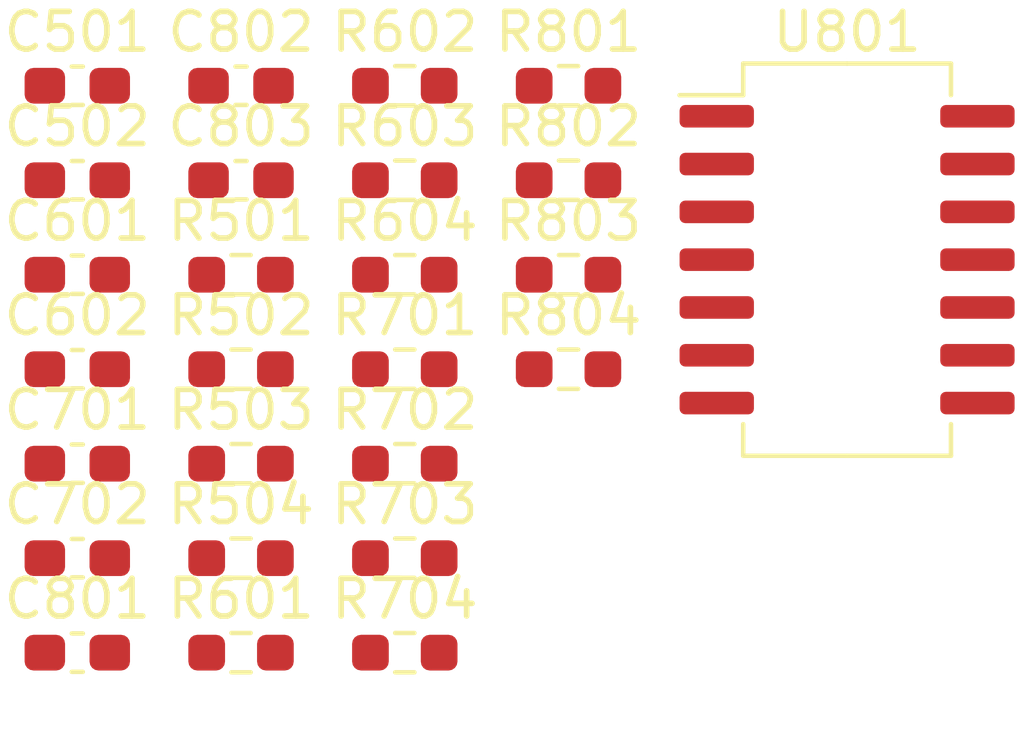
<source format=kicad_pcb>
(kicad_pcb (version 20221018) (generator pcbnew)
  (layers (0 "F.Cu" signal) (31 "B.Cu" signal) (34 "B.Paste" user) (35 "F.Paste" user) (36 "B.SilkS" user "B.Silkscreen") (37 "F.SilkS" user "F.Silkscreen") (38 "B.Mask" user) (39 "F.Mask" user) (44 "Edge.Cuts" user))
  (net 0 "")
  (net 1 "cell4")
  (net 2 "cell5")
  (net 3 "cell5_amp")
  (net 4 "cell6")
  (net 5 "cell6_amp")
  (net 6 "cell7")
  (net 7 "cell7_amp")
  (net 8 "cell8")
  (net 9 "Net-(U801D--)")
  (net 10 "cell8_amp")
  (net 11 "cell0")
  (net 12 "Net-(U801D-+)")
  (net 13 "Net-(U801A--)")
  (net 14 "Net-(U801B--)")
  (net 15 "Net-(U801C--)")
  (net 16 "Net-(U801A-+)")
  (net 17 "Net-(U801B-+)")
  (net 18 "Net-(U801C-+)")
  (footprint "Resistor_SMD:R_0603_1608Metric_Pad0.98x0.95mm_HandSolder" (layer "F.Cu") (at 60.9875 75.3)
    (fp_text reference "R701" (at 0 -1.43) (layer "F.SilkS"))
    (fp_text value "56k")
    (fp_line (start -0.254724 -0.5225) (end 0.254724 -0.5225) (stroke (width 0.12)) (layer "F.SilkS"))
    (fp_line (start -0.254724 0.5225) (end 0.254724 0.5225) (stroke (width 0.12)) (layer "F.SilkS"))
    (pad "1" smd roundrect (at -0.9125 0) (size 0.975 0.95) (layers "F.Cu" "F.Paste" "F.Mask") (net 6 "cell7"))
    (pad "2" smd roundrect (at 0.9125 0) (size 0.975 0.95) (layers "F.Cu" "F.Paste" "F.Mask") (net 18 "Net-(U801C-+)"))
  )
  (footprint "Resistor_SMD:R_0603_1608Metric_Pad0.98x0.95mm_HandSolder" (layer "F.Cu") (at 56.6375 77.81)
    (fp_text reference "R503" (at 0 -1.43) (layer "F.SilkS"))
    (fp_text value "56k")
    (fp_line (start -0.254724 -0.5225) (end 0.254724 -0.5225) (stroke (width 0.12)) (layer "F.SilkS"))
    (fp_line (start -0.254724 0.5225) (end 0.254724 0.5225) (stroke (width 0.12)) (layer "F.SilkS"))
    (pad "1" smd roundrect (at -0.9125 0) (size 0.975 0.95) (layers "F.Cu" "F.Paste" "F.Mask") (net 1 "cell4"))
    (pad "2" smd roundrect (at 0.9125 0) (size 0.975 0.95) (layers "F.Cu" "F.Paste" "F.Mask") (net 13 "Net-(U801A--)"))
  )
  (footprint "Resistor_SMD:R_0603_1608Metric_Pad0.98x0.95mm_HandSolder" (layer "F.Cu") (at 60.9875 72.79)
    (fp_text reference "R604" (at 0 -1.43) (layer "F.SilkS"))
    (fp_text value "56k")
    (fp_line (start -0.254724 -0.5225) (end 0.254724 -0.5225) (stroke (width 0.12)) (layer "F.SilkS"))
    (fp_line (start -0.254724 0.5225) (end 0.254724 0.5225) (stroke (width 0.12)) (layer "F.SilkS"))
    (pad "1" smd roundrect (at -0.9125 0) (size 0.975 0.95) (layers "F.Cu" "F.Paste" "F.Mask") (net 14 "Net-(U801B--)"))
    (pad "2" smd roundrect (at 0.9125 0) (size 0.975 0.95) (layers "F.Cu" "F.Paste" "F.Mask") (net 5 "cell6_amp"))
  )
  (footprint "Capacitor_SMD:C_0603_1608Metric_Pad1.08x0.95mm_HandSolder" (layer "F.Cu") (at 52.2875 75.3)
    (fp_text reference "C602" (at 0 -1.43) (layer "F.SilkS"))
    (fp_text value "100n")
    (fp_line (start -0.146267 -0.51) (end 0.146267 -0.51) (stroke (width 0.12)) (layer "F.SilkS"))
    (fp_line (start -0.146267 0.51) (end 0.146267 0.51) (stroke (width 0.12)) (layer "F.SilkS"))
    (pad "1" smd roundrect (at -0.8625 0) (size 1.075 0.95) (layers "F.Cu" "F.Paste" "F.Mask") (net 14 "Net-(U801B--)"))
    (pad "2" smd roundrect (at 0.8625 0) (size 1.075 0.95) (layers "F.Cu" "F.Paste" "F.Mask") (net 5 "cell6_amp"))
  )
  (footprint "Resistor_SMD:R_0603_1608Metric_Pad0.98x0.95mm_HandSolder" (layer "F.Cu") (at 65.3375 75.3)
    (fp_text reference "R804" (at 0 -1.43) (layer "F.SilkS"))
    (fp_text value "56k")
    (fp_line (start -0.254724 -0.5225) (end 0.254724 -0.5225) (stroke (width 0.12)) (layer "F.SilkS"))
    (fp_line (start -0.254724 0.5225) (end 0.254724 0.5225) (stroke (width 0.12)) (layer "F.SilkS"))
    (pad "1" smd roundrect (at -0.9125 0) (size 0.975 0.95) (layers "F.Cu" "F.Paste" "F.Mask") (net 11 "cell0"))
    (pad "2" smd roundrect (at 0.9125 0) (size 0.975 0.95) (layers "F.Cu" "F.Paste" "F.Mask") (net 12 "Net-(U801D-+)"))
  )
  (footprint "Capacitor_SMD:C_0603_1608Metric_Pad1.08x0.95mm_HandSolder" (layer "F.Cu") (at 52.2875 77.81)
    (fp_text reference "C701" (at 0 -1.43) (layer "F.SilkS"))
    (fp_text value "100n")
    (fp_line (start -0.146267 -0.51) (end 0.146267 -0.51) (stroke (width 0.12)) (layer "F.SilkS"))
    (fp_line (start -0.146267 0.51) (end 0.146267 0.51) (stroke (width 0.12)) (layer "F.SilkS"))
    (pad "1" smd roundrect (at -0.8625 0) (size 1.075 0.95) (layers "F.Cu" "F.Paste" "F.Mask") (net 4 "cell6"))
    (pad "2" smd roundrect (at 0.8625 0) (size 1.075 0.95) (layers "F.Cu" "F.Paste" "F.Mask") (net 6 "cell7"))
  )
  (footprint "Resistor_SMD:R_0603_1608Metric_Pad0.98x0.95mm_HandSolder" (layer "F.Cu") (at 60.9875 80.32)
    (fp_text reference "R703" (at 0 -1.43) (layer "F.SilkS"))
    (fp_text value "56k")
    (fp_line (start -0.254724 -0.5225) (end 0.254724 -0.5225) (stroke (width 0.12)) (layer "F.SilkS"))
    (fp_line (start -0.254724 0.5225) (end 0.254724 0.5225) (stroke (width 0.12)) (layer "F.SilkS"))
    (pad "1" smd roundrect (at -0.9125 0) (size 0.975 0.95) (layers "F.Cu" "F.Paste" "F.Mask") (net 4 "cell6"))
    (pad "2" smd roundrect (at 0.9125 0) (size 0.975 0.95) (layers "F.Cu" "F.Paste" "F.Mask") (net 15 "Net-(U801C--)"))
  )
  (footprint "Capacitor_SMD:C_0603_1608Metric_Pad1.08x0.95mm_HandSolder" (layer "F.Cu") (at 52.2875 80.32)
    (fp_text reference "C702" (at 0 -1.43) (layer "F.SilkS"))
    (fp_text value "100n")
    (fp_line (start -0.146267 -0.51) (end 0.146267 -0.51) (stroke (width 0.12)) (layer "F.SilkS"))
    (fp_line (start -0.146267 0.51) (end 0.146267 0.51) (stroke (width 0.12)) (layer "F.SilkS"))
    (pad "1" smd roundrect (at -0.8625 0) (size 1.075 0.95) (layers "F.Cu" "F.Paste" "F.Mask") (net 15 "Net-(U801C--)"))
    (pad "2" smd roundrect (at 0.8625 0) (size 1.075 0.95) (layers "F.Cu" "F.Paste" "F.Mask") (net 7 "cell7_amp"))
  )
  (footprint "Resistor_SMD:R_0603_1608Metric_Pad0.98x0.95mm_HandSolder" (layer "F.Cu") (at 60.9875 77.81)
    (fp_text reference "R702" (at 0 -1.43) (layer "F.SilkS"))
    (fp_text value "56k")
    (fp_line (start -0.254724 -0.5225) (end 0.254724 -0.5225) (stroke (width 0.12)) (layer "F.SilkS"))
    (fp_line (start -0.254724 0.5225) (end 0.254724 0.5225) (stroke (width 0.12)) (layer "F.SilkS"))
    (pad "1" smd roundrect (at -0.9125 0) (size 0.975 0.95) (layers "F.Cu" "F.Paste" "F.Mask") (net 11 "cell0"))
    (pad "2" smd roundrect (at 0.9125 0) (size 0.975 0.95) (layers "F.Cu" "F.Paste" "F.Mask") (net 18 "Net-(U801C-+)"))
  )
  (footprint "Resistor_SMD:R_0603_1608Metric_Pad0.98x0.95mm_HandSolder" (layer "F.Cu") (at 65.3375 70.28)
    (fp_text reference "R802" (at 0 -1.43) (layer "F.SilkS"))
    (fp_text value "56k")
    (fp_line (start -0.254724 -0.5225) (end 0.254724 -0.5225) (stroke (width 0.12)) (layer "F.SilkS"))
    (fp_line (start -0.254724 0.5225) (end 0.254724 0.5225) (stroke (width 0.12)) (layer "F.SilkS"))
    (pad "1" smd roundrect (at -0.9125 0) (size 0.975 0.95) (layers "F.Cu" "F.Paste" "F.Mask") (net 6 "cell7"))
    (pad "2" smd roundrect (at 0.9125 0) (size 0.975 0.95) (layers "F.Cu" "F.Paste" "F.Mask") (net 9 "Net-(U801D--)"))
  )
  (footprint "Resistor_SMD:R_0603_1608Metric_Pad0.98x0.95mm_HandSolder" (layer "F.Cu") (at 60.9875 67.77)
    (fp_text reference "R602" (at 0 -1.43) (layer "F.SilkS"))
    (fp_text value "56k")
    (fp_line (start -0.254724 -0.5225) (end 0.254724 -0.5225) (stroke (width 0.12)) (layer "F.SilkS"))
    (fp_line (start -0.254724 0.5225) (end 0.254724 0.5225) (stroke (width 0.12)) (layer "F.SilkS"))
    (pad "1" smd roundrect (at -0.9125 0) (size 0.975 0.95) (layers "F.Cu" "F.Paste" "F.Mask") (net 11 "cell0"))
    (pad "2" smd roundrect (at 0.9125 0) (size 0.975 0.95) (layers "F.Cu" "F.Paste" "F.Mask") (net 17 "Net-(U801B-+)"))
  )
  (footprint "Resistor_SMD:R_0603_1608Metric_Pad0.98x0.95mm_HandSolder" (layer "F.Cu") (at 56.6375 75.3)
    (fp_text reference "R502" (at 0 -1.43) (layer "F.SilkS"))
    (fp_text value "56k")
    (fp_line (start -0.254724 -0.5225) (end 0.254724 -0.5225) (stroke (width 0.12)) (layer "F.SilkS"))
    (fp_line (start -0.254724 0.5225) (end 0.254724 0.5225) (stroke (width 0.12)) (layer "F.SilkS"))
    (pad "1" smd roundrect (at -0.9125 0) (size 0.975 0.95) (layers "F.Cu" "F.Paste" "F.Mask") (net 11 "cell0"))
    (pad "2" smd roundrect (at 0.9125 0) (size 0.975 0.95) (layers "F.Cu" "F.Paste" "F.Mask") (net 16 "Net-(U801A-+)"))
  )
  (footprint "Capacitor_SMD:C_0603_1608Metric_Pad1.08x0.95mm_HandSolder" (layer "F.Cu") (at 56.6375 67.77)
    (fp_text reference "C802" (at 0 -1.43) (layer "F.SilkS"))
    (fp_text value "100n")
    (fp_line (start -0.146267 -0.51) (end 0.146267 -0.51) (stroke (width 0.12)) (layer "F.SilkS"))
    (fp_line (start -0.146267 0.51) (end 0.146267 0.51) (stroke (width 0.12)) (layer "F.SilkS"))
    (pad "1" smd roundrect (at -0.8625 0) (size 1.075 0.95) (layers "F.Cu" "F.Paste" "F.Mask") (net 9 "Net-(U801D--)"))
    (pad "2" smd roundrect (at 0.8625 0) (size 1.075 0.95) (layers "F.Cu" "F.Paste" "F.Mask") (net 10 "cell8_amp"))
  )
  (footprint "Resistor_SMD:R_0603_1608Metric_Pad0.98x0.95mm_HandSolder" (layer "F.Cu") (at 60.9875 70.28)
    (fp_text reference "R603" (at 0 -1.43) (layer "F.SilkS"))
    (fp_text value "56k")
    (fp_line (start -0.254724 -0.5225) (end 0.254724 -0.5225) (stroke (width 0.12)) (layer "F.SilkS"))
    (fp_line (start -0.254724 0.5225) (end 0.254724 0.5225) (stroke (width 0.12)) (layer "F.SilkS"))
    (pad "1" smd roundrect (at -0.9125 0) (size 0.975 0.95) (layers "F.Cu" "F.Paste" "F.Mask") (net 2 "cell5"))
    (pad "2" smd roundrect (at 0.9125 0) (size 0.975 0.95) (layers "F.Cu" "F.Paste" "F.Mask") (net 14 "Net-(U801B--)"))
  )
  (footprint "Resistor_SMD:R_0603_1608Metric_Pad0.98x0.95mm_HandSolder" (layer "F.Cu") (at 65.3375 72.79)
    (fp_text reference "R803" (at 0 -1.43) (layer "F.SilkS"))
    (fp_text value "56k")
    (fp_line (start -0.254724 -0.5225) (end 0.254724 -0.5225) (stroke (width 0.12)) (layer "F.SilkS"))
    (fp_line (start -0.254724 0.5225) (end 0.254724 0.5225) (stroke (width 0.12)) (layer "F.SilkS"))
    (pad "1" smd roundrect (at -0.9125 0) (size 0.975 0.95) (layers "F.Cu" "F.Paste" "F.Mask") (net 9 "Net-(U801D--)"))
    (pad "2" smd roundrect (at 0.9125 0) (size 0.975 0.95) (layers "F.Cu" "F.Paste" "F.Mask") (net 10 "cell8_amp"))
  )
  (footprint "Capacitor_SMD:C_0603_1608Metric_Pad1.08x0.95mm_HandSolder" (layer "F.Cu") (at 52.2875 67.77)
    (fp_text reference "C501" (at 0 -1.43) (layer "F.SilkS"))
    (fp_text value "100n")
    (fp_line (start -0.146267 -0.51) (end 0.146267 -0.51) (stroke (width 0.12)) (layer "F.SilkS"))
    (fp_line (start -0.146267 0.51) (end 0.146267 0.51) (stroke (width 0.12)) (layer "F.SilkS"))
    (pad "1" smd roundrect (at -0.8625 0) (size 1.075 0.95) (layers "F.Cu" "F.Paste" "F.Mask") (net 1 "cell4"))
    (pad "2" smd roundrect (at 0.8625 0) (size 1.075 0.95) (layers "F.Cu" "F.Paste" "F.Mask") (net 2 "cell5"))
  )
  (footprint "Resistor_SMD:R_0603_1608Metric_Pad0.98x0.95mm_HandSolder" (layer "F.Cu") (at 56.6375 82.83)
    (fp_text reference "R601" (at 0 -1.43) (layer "F.SilkS"))
    (fp_text value "56k")
    (fp_line (start -0.254724 -0.5225) (end 0.254724 -0.5225) (stroke (width 0.12)) (layer "F.SilkS"))
    (fp_line (start -0.254724 0.5225) (end 0.254724 0.5225) (stroke (width 0.12)) (layer "F.SilkS"))
    (pad "1" smd roundrect (at -0.9125 0) (size 0.975 0.95) (layers "F.Cu" "F.Paste" "F.Mask") (net 4 "cell6"))
    (pad "2" smd roundrect (at 0.9125 0) (size 0.975 0.95) (layers "F.Cu" "F.Paste" "F.Mask") (net 17 "Net-(U801B-+)"))
  )
  (footprint "Package_SO:SO-14_5.3x10.2mm_P1.27mm" (layer "F.Cu") (at 72.7375 72.39)
    (fp_text reference "U801" (at 0 -6.05) (layer "F.SilkS"))
    (fp_text value "TL074")
    (fp_line (start -2.76 -5.21) (end -2.76 -4.37) (stroke (width 0.12)) (layer "F.SilkS"))
    (fp_line (start -2.76 -4.37) (end -4.45 -4.37) (stroke (width 0.12)) (layer "F.SilkS"))
    (fp_line (start -2.76 5.21) (end -2.76 4.37) (stroke (width 0.12)) (layer "F.SilkS"))
    (fp_line (start 0 -5.21) (end -2.76 -5.21) (stroke (width 0.12)) (layer "F.SilkS"))
    (fp_line (start 0 -5.21) (end 2.76 -5.21) (stroke (width 0.12)) (layer "F.SilkS"))
    (fp_line (start 0 5.21) (end -2.76 5.21) (stroke (width 0.12)) (layer "F.SilkS"))
    (fp_line (start 0 5.21) (end 2.76 5.21) (stroke (width 0.12)) (layer "F.SilkS"))
    (fp_line (start 2.76 -5.21) (end 2.76 -4.37) (stroke (width 0.12)) (layer "F.SilkS"))
    (fp_line (start 2.76 5.21) (end 2.76 4.37) (stroke (width 0.12)) (layer "F.SilkS"))
    (pad "1" smd roundrect (at -3.4625 -3.81) (size 1.975 0.6) (layers "F.Cu" "F.Paste" "F.Mask") (net 3 "cell5_amp"))
    (pad "2" smd roundrect (at -3.4625 -2.54) (size 1.975 0.6) (layers "F.Cu" "F.Paste" "F.Mask") (net 13 "Net-(U801A--)"))
    (pad "3" smd roundrect (at -3.4625 -1.27) (size 1.975 0.6) (layers "F.Cu" "F.Paste" "F.Mask") (net 16 "Net-(U801A-+)"))
    (pad "4" smd roundrect (at -3.4625 0) (size 1.975 0.6) (layers "F.Cu" "F.Paste" "F.Mask") (net 8 "cell8"))
    (pad "5" smd roundrect (at -3.4625 1.27) (size 1.975 0.6) (layers "F.Cu" "F.Paste" "F.Mask") (net 17 "Net-(U801B-+)"))
    (pad "6" smd roundrect (at -3.4625 2.54) (size 1.975 0.6) (layers "F.Cu" "F.Paste" "F.Mask") (net 14 "Net-(U801B--)"))
    (pad "7" smd roundrect (at -3.4625 3.81) (size 1.975 0.6) (layers "F.Cu" "F.Paste" "F.Mask") (net 5 "cell6_amp"))
    (pad "8" smd roundrect (at 3.4625 3.81) (size 1.975 0.6) (layers "F.Cu" "F.Paste" "F.Mask") (net 7 "cell7_amp"))
    (pad "9" smd roundrect (at 3.4625 2.54) (size 1.975 0.6) (layers "F.Cu" "F.Paste" "F.Mask") (net 15 "Net-(U801C--)"))
    (pad "10" smd roundrect (at 3.4625 1.27) (size 1.975 0.6) (layers "F.Cu" "F.Paste" "F.Mask") (net 18 "Net-(U801C-+)"))
    (pad "11" smd roundrect (at 3.4625 0) (size 1.975 0.6) (layers "F.Cu" "F.Paste" "F.Mask") (net 11 "cell0"))
    (pad "12" smd roundrect (at 3.4625 -1.27) (size 1.975 0.6) (layers "F.Cu" "F.Paste" "F.Mask") (net 12 "Net-(U801D-+)"))
    (pad "13" smd roundrect (at 3.4625 -2.54) (size 1.975 0.6) (layers "F.Cu" "F.Paste" "F.Mask") (net 9 "Net-(U801D--)"))
    (pad "14" smd roundrect (at 3.4625 -3.81) (size 1.975 0.6) (layers "F.Cu" "F.Paste" "F.Mask") (net 10 "cell8_amp"))
  )
  (footprint "Capacitor_SMD:C_0603_1608Metric_Pad1.08x0.95mm_HandSolder" (layer "F.Cu") (at 56.6375 70.28)
    (fp_text reference "C803" (at 0 -1.43) (layer "F.SilkS"))
    (fp_text value "100n")
    (fp_line (start -0.146267 -0.51) (end 0.146267 -0.51) (stroke (width 0.12)) (layer "F.SilkS"))
    (fp_line (start -0.146267 0.51) (end 0.146267 0.51) (stroke (width 0.12)) (layer "F.SilkS"))
    (pad "1" smd roundrect (at -0.8625 0) (size 1.075 0.95) (layers "F.Cu" "F.Paste" "F.Mask") (net 11 "cell0"))
    (pad "2" smd roundrect (at 0.8625 0) (size 1.075 0.95) (layers "F.Cu" "F.Paste" "F.Mask") (net 8 "cell8"))
  )
  (footprint "Capacitor_SMD:C_0603_1608Metric_Pad1.08x0.95mm_HandSolder" (layer "F.Cu") (at 52.2875 70.28)
    (fp_text reference "C502" (at 0 -1.43) (layer "F.SilkS"))
    (fp_text value "100n")
    (fp_line (start -0.146267 -0.51) (end 0.146267 -0.51) (stroke (width 0.12)) (layer "F.SilkS"))
    (fp_line (start -0.146267 0.51) (end 0.146267 0.51) (stroke (width 0.12)) (layer "F.SilkS"))
    (pad "1" smd roundrect (at -0.8625 0) (size 1.075 0.95) (layers "F.Cu" "F.Paste" "F.Mask") (net 13 "Net-(U801A--)"))
    (pad "2" smd roundrect (at 0.8625 0) (size 1.075 0.95) (layers "F.Cu" "F.Paste" "F.Mask") (net 3 "cell5_amp"))
  )
  (footprint "Resistor_SMD:R_0603_1608Metric_Pad0.98x0.95mm_HandSolder" (layer "F.Cu") (at 60.9875 82.83)
    (fp_text reference "R704" (at 0 -1.43) (layer "F.SilkS"))
    (fp_text value "56k")
    (fp_line (start -0.254724 -0.5225) (end 0.254724 -0.5225) (stroke (width 0.12)) (layer "F.SilkS"))
    (fp_line (start -0.254724 0.5225) (end 0.254724 0.5225) (stroke (width 0.12)) (layer "F.SilkS"))
    (pad "1" smd roundrect (at -0.9125 0) (size 0.975 0.95) (layers "F.Cu" "F.Paste" "F.Mask") (net 15 "Net-(U801C--)"))
    (pad "2" smd roundrect (at 0.9125 0) (size 0.975 0.95) (layers "F.Cu" "F.Paste" "F.Mask") (net 7 "cell7_amp"))
  )
  (footprint "Resistor_SMD:R_0603_1608Metric_Pad0.98x0.95mm_HandSolder" (layer "F.Cu") (at 65.3375 67.77)
    (fp_text reference "R801" (at 0 -1.43) (layer "F.SilkS"))
    (fp_text value "56k")
    (fp_line (start -0.254724 -0.5225) (end 0.254724 -0.5225) (stroke (width 0.12)) (layer "F.SilkS"))
    (fp_line (start -0.254724 0.5225) (end 0.254724 0.5225) (stroke (width 0.12)) (layer "F.SilkS"))
    (pad "1" smd roundrect (at -0.9125 0) (size 0.975 0.95) (layers "F.Cu" "F.Paste" "F.Mask") (net 8 "cell8"))
    (pad "2" smd roundrect (at 0.9125 0) (size 0.975 0.95) (layers "F.Cu" "F.Paste" "F.Mask") (net 12 "Net-(U801D-+)"))
  )
  (footprint "Capacitor_SMD:C_0603_1608Metric_Pad1.08x0.95mm_HandSolder" (layer "F.Cu") (at 52.2875 82.83)
    (fp_text reference "C801" (at 0 -1.43) (layer "F.SilkS"))
    (fp_text value "100n")
    (fp_line (start -0.146267 -0.51) (end 0.146267 -0.51) (stroke (width 0.12)) (layer "F.SilkS"))
    (fp_line (start -0.146267 0.51) (end 0.146267 0.51) (stroke (width 0.12)) (layer "F.SilkS"))
    (pad "1" smd roundrect (at -0.8625 0) (size 1.075 0.95) (layers "F.Cu" "F.Paste" "F.Mask") (net 6 "cell7"))
    (pad "2" smd roundrect (at 0.8625 0) (size 1.075 0.95) (layers "F.Cu" "F.Paste" "F.Mask") (net 8 "cell8"))
  )
  (footprint "Capacitor_SMD:C_0603_1608Metric_Pad1.08x0.95mm_HandSolder" (layer "F.Cu") (at 52.2875 72.79)
    (fp_text reference "C601" (at 0 -1.43) (layer "F.SilkS"))
    (fp_text value "100n")
    (fp_line (start -0.146267 -0.51) (end 0.146267 -0.51) (stroke (width 0.12)) (layer "F.SilkS"))
    (fp_line (start -0.146267 0.51) (end 0.146267 0.51) (stroke (width 0.12)) (layer "F.SilkS"))
    (pad "1" smd roundrect (at -0.8625 0) (size 1.075 0.95) (layers "F.Cu" "F.Paste" "F.Mask") (net 2 "cell5"))
    (pad "2" smd roundrect (at 0.8625 0) (size 1.075 0.95) (layers "F.Cu" "F.Paste" "F.Mask") (net 4 "cell6"))
  )
  (footprint "Resistor_SMD:R_0603_1608Metric_Pad0.98x0.95mm_HandSolder" (layer "F.Cu") (at 56.6375 72.79)
    (fp_text reference "R501" (at 0 -1.43) (layer "F.SilkS"))
    (fp_text value "56k")
    (fp_line (start -0.254724 -0.5225) (end 0.254724 -0.5225) (stroke (width 0.12)) (layer "F.SilkS"))
    (fp_line (start -0.254724 0.5225) (end 0.254724 0.5225) (stroke (width 0.12)) (layer "F.SilkS"))
    (pad "1" smd roundrect (at -0.9125 0) (size 0.975 0.95) (layers "F.Cu" "F.Paste" "F.Mask") (net 2 "cell5"))
    (pad "2" smd roundrect (at 0.9125 0) (size 0.975 0.95) (layers "F.Cu" "F.Paste" "F.Mask") (net 16 "Net-(U801A-+)"))
  )
  (footprint "Resistor_SMD:R_0603_1608Metric_Pad0.98x0.95mm_HandSolder" (layer "F.Cu") (at 56.6375 80.32)
    (fp_text reference "R504" (at 0 -1.43) (layer "F.SilkS"))
    (fp_text value "56k")
    (fp_line (start -0.254724 -0.5225) (end 0.254724 -0.5225) (stroke (width 0.12)) (layer "F.SilkS"))
    (fp_line (start -0.254724 0.5225) (end 0.254724 0.5225) (stroke (width 0.12)) (layer "F.SilkS"))
    (pad "1" smd roundrect (at -0.9125 0) (size 0.975 0.95) (layers "F.Cu" "F.Paste" "F.Mask") (net 13 "Net-(U801A--)"))
    (pad "2" smd roundrect (at 0.9125 0) (size 0.975 0.95) (layers "F.Cu" "F.Paste" "F.Mask") (net 3 "cell5_amp"))
  )
)
</source>
